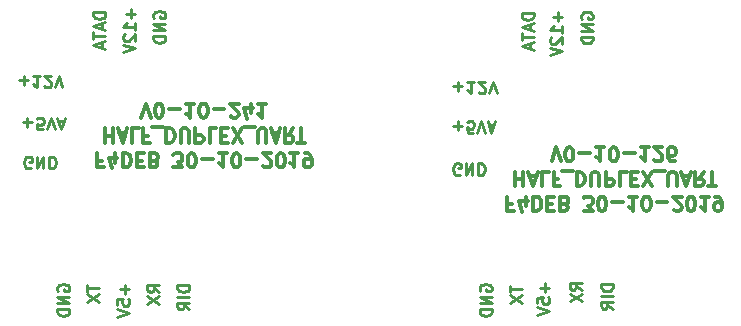
<source format=gbo>
G04 #@! TF.GenerationSoftware,KiCad,Pcbnew,5.0.2+dfsg1-1~bpo9+1*
G04 #@! TF.CreationDate,2019-11-03T17:14:50+01:00*
G04 #@! TF.ProjectId,HALF_DUPLEX_UART,48414c46-5f44-4555-904c-45585f554152,rev?*
G04 #@! TF.SameCoordinates,Original*
G04 #@! TF.FileFunction,Legend,Bot*
G04 #@! TF.FilePolarity,Positive*
%FSLAX46Y46*%
G04 Gerber Fmt 4.6, Leading zero omitted, Abs format (unit mm)*
G04 Created by KiCad (PCBNEW 5.0.2+dfsg1-1~bpo9+1) date dim. 03 nov. 2019 17:14:50 CET*
%MOMM*%
%LPD*%
G01*
G04 APERTURE LIST*
%ADD10C,0.300000*%
%ADD11C,0.250000*%
G04 APERTURE END LIST*
D10*
X163173857Y-114072714D02*
X162773857Y-114072714D01*
X162773857Y-113444142D02*
X162773857Y-114644142D01*
X163345285Y-114644142D01*
X164316714Y-114244142D02*
X164316714Y-113444142D01*
X164031000Y-114701285D02*
X163745285Y-113844142D01*
X164488142Y-113844142D01*
X164945285Y-113444142D02*
X164945285Y-114644142D01*
X165231000Y-114644142D01*
X165402428Y-114587000D01*
X165516714Y-114472714D01*
X165573857Y-114358428D01*
X165631000Y-114129857D01*
X165631000Y-113958428D01*
X165573857Y-113729857D01*
X165516714Y-113615571D01*
X165402428Y-113501285D01*
X165231000Y-113444142D01*
X164945285Y-113444142D01*
X166145285Y-114072714D02*
X166545285Y-114072714D01*
X166716714Y-113444142D02*
X166145285Y-113444142D01*
X166145285Y-114644142D01*
X166716714Y-114644142D01*
X167631000Y-114072714D02*
X167802428Y-114015571D01*
X167859571Y-113958428D01*
X167916714Y-113844142D01*
X167916714Y-113672714D01*
X167859571Y-113558428D01*
X167802428Y-113501285D01*
X167688142Y-113444142D01*
X167231000Y-113444142D01*
X167231000Y-114644142D01*
X167631000Y-114644142D01*
X167745285Y-114587000D01*
X167802428Y-114529857D01*
X167859571Y-114415571D01*
X167859571Y-114301285D01*
X167802428Y-114187000D01*
X167745285Y-114129857D01*
X167631000Y-114072714D01*
X167231000Y-114072714D01*
X169231000Y-114644142D02*
X169973857Y-114644142D01*
X169573857Y-114187000D01*
X169745285Y-114187000D01*
X169859571Y-114129857D01*
X169916714Y-114072714D01*
X169973857Y-113958428D01*
X169973857Y-113672714D01*
X169916714Y-113558428D01*
X169859571Y-113501285D01*
X169745285Y-113444142D01*
X169402428Y-113444142D01*
X169288142Y-113501285D01*
X169231000Y-113558428D01*
X170716714Y-114644142D02*
X170831000Y-114644142D01*
X170945285Y-114587000D01*
X171002428Y-114529857D01*
X171059571Y-114415571D01*
X171116714Y-114187000D01*
X171116714Y-113901285D01*
X171059571Y-113672714D01*
X171002428Y-113558428D01*
X170945285Y-113501285D01*
X170831000Y-113444142D01*
X170716714Y-113444142D01*
X170602428Y-113501285D01*
X170545285Y-113558428D01*
X170488142Y-113672714D01*
X170431000Y-113901285D01*
X170431000Y-114187000D01*
X170488142Y-114415571D01*
X170545285Y-114529857D01*
X170602428Y-114587000D01*
X170716714Y-114644142D01*
X171631000Y-113901285D02*
X172545285Y-113901285D01*
X173745285Y-113444142D02*
X173059571Y-113444142D01*
X173402428Y-113444142D02*
X173402428Y-114644142D01*
X173288142Y-114472714D01*
X173173857Y-114358428D01*
X173059571Y-114301285D01*
X174488142Y-114644142D02*
X174602428Y-114644142D01*
X174716714Y-114587000D01*
X174773857Y-114529857D01*
X174831000Y-114415571D01*
X174888142Y-114187000D01*
X174888142Y-113901285D01*
X174831000Y-113672714D01*
X174773857Y-113558428D01*
X174716714Y-113501285D01*
X174602428Y-113444142D01*
X174488142Y-113444142D01*
X174373857Y-113501285D01*
X174316714Y-113558428D01*
X174259571Y-113672714D01*
X174202428Y-113901285D01*
X174202428Y-114187000D01*
X174259571Y-114415571D01*
X174316714Y-114529857D01*
X174373857Y-114587000D01*
X174488142Y-114644142D01*
X175402428Y-113901285D02*
X176316714Y-113901285D01*
X176831000Y-114529857D02*
X176888142Y-114587000D01*
X177002428Y-114644142D01*
X177288142Y-114644142D01*
X177402428Y-114587000D01*
X177459571Y-114529857D01*
X177516714Y-114415571D01*
X177516714Y-114301285D01*
X177459571Y-114129857D01*
X176773857Y-113444142D01*
X177516714Y-113444142D01*
X178259571Y-114644142D02*
X178373857Y-114644142D01*
X178488142Y-114587000D01*
X178545285Y-114529857D01*
X178602428Y-114415571D01*
X178659571Y-114187000D01*
X178659571Y-113901285D01*
X178602428Y-113672714D01*
X178545285Y-113558428D01*
X178488142Y-113501285D01*
X178373857Y-113444142D01*
X178259571Y-113444142D01*
X178145285Y-113501285D01*
X178088142Y-113558428D01*
X178031000Y-113672714D01*
X177973857Y-113901285D01*
X177973857Y-114187000D01*
X178031000Y-114415571D01*
X178088142Y-114529857D01*
X178145285Y-114587000D01*
X178259571Y-114644142D01*
X179802428Y-113444142D02*
X179116714Y-113444142D01*
X179459571Y-113444142D02*
X179459571Y-114644142D01*
X179345285Y-114472714D01*
X179231000Y-114358428D01*
X179116714Y-114301285D01*
X180373857Y-113444142D02*
X180602428Y-113444142D01*
X180716714Y-113501285D01*
X180773857Y-113558428D01*
X180888142Y-113729857D01*
X180945285Y-113958428D01*
X180945285Y-114415571D01*
X180888142Y-114529857D01*
X180831000Y-114587000D01*
X180716714Y-114644142D01*
X180488142Y-114644142D01*
X180373857Y-114587000D01*
X180316714Y-114529857D01*
X180259571Y-114415571D01*
X180259571Y-114129857D01*
X180316714Y-114015571D01*
X180373857Y-113958428D01*
X180488142Y-113901285D01*
X180716714Y-113901285D01*
X180831000Y-113958428D01*
X180888142Y-114015571D01*
X180945285Y-114129857D01*
X163431000Y-111344142D02*
X163431000Y-112544142D01*
X163431000Y-111972714D02*
X164116714Y-111972714D01*
X164116714Y-111344142D02*
X164116714Y-112544142D01*
X164631000Y-111687000D02*
X165202428Y-111687000D01*
X164516714Y-111344142D02*
X164916714Y-112544142D01*
X165316714Y-111344142D01*
X166288142Y-111344142D02*
X165716714Y-111344142D01*
X165716714Y-112544142D01*
X167088142Y-111972714D02*
X166688142Y-111972714D01*
X166688142Y-111344142D02*
X166688142Y-112544142D01*
X167259571Y-112544142D01*
X167431000Y-111229857D02*
X168345285Y-111229857D01*
X168631000Y-111344142D02*
X168631000Y-112544142D01*
X168916714Y-112544142D01*
X169088142Y-112487000D01*
X169202428Y-112372714D01*
X169259571Y-112258428D01*
X169316714Y-112029857D01*
X169316714Y-111858428D01*
X169259571Y-111629857D01*
X169202428Y-111515571D01*
X169088142Y-111401285D01*
X168916714Y-111344142D01*
X168631000Y-111344142D01*
X169831000Y-112544142D02*
X169831000Y-111572714D01*
X169888142Y-111458428D01*
X169945285Y-111401285D01*
X170059571Y-111344142D01*
X170288142Y-111344142D01*
X170402428Y-111401285D01*
X170459571Y-111458428D01*
X170516714Y-111572714D01*
X170516714Y-112544142D01*
X171088142Y-111344142D02*
X171088142Y-112544142D01*
X171545285Y-112544142D01*
X171659571Y-112487000D01*
X171716714Y-112429857D01*
X171773857Y-112315571D01*
X171773857Y-112144142D01*
X171716714Y-112029857D01*
X171659571Y-111972714D01*
X171545285Y-111915571D01*
X171088142Y-111915571D01*
X172859571Y-111344142D02*
X172288142Y-111344142D01*
X172288142Y-112544142D01*
X173259571Y-111972714D02*
X173659571Y-111972714D01*
X173831000Y-111344142D02*
X173259571Y-111344142D01*
X173259571Y-112544142D01*
X173831000Y-112544142D01*
X174231000Y-112544142D02*
X175031000Y-111344142D01*
X175031000Y-112544142D02*
X174231000Y-111344142D01*
X175202428Y-111229857D02*
X176116714Y-111229857D01*
X176402428Y-112544142D02*
X176402428Y-111572714D01*
X176459571Y-111458428D01*
X176516714Y-111401285D01*
X176631000Y-111344142D01*
X176859571Y-111344142D01*
X176973857Y-111401285D01*
X177031000Y-111458428D01*
X177088142Y-111572714D01*
X177088142Y-112544142D01*
X177602428Y-111687000D02*
X178173857Y-111687000D01*
X177488142Y-111344142D02*
X177888142Y-112544142D01*
X178288142Y-111344142D01*
X179373857Y-111344142D02*
X178973857Y-111915571D01*
X178688142Y-111344142D02*
X178688142Y-112544142D01*
X179145285Y-112544142D01*
X179259571Y-112487000D01*
X179316714Y-112429857D01*
X179373857Y-112315571D01*
X179373857Y-112144142D01*
X179316714Y-112029857D01*
X179259571Y-111972714D01*
X179145285Y-111915571D01*
X178688142Y-111915571D01*
X179716714Y-112544142D02*
X180402428Y-112544142D01*
X180059571Y-111344142D02*
X180059571Y-112544142D01*
X166516714Y-110444142D02*
X166916714Y-109244142D01*
X167316714Y-110444142D01*
X167945285Y-110444142D02*
X168059571Y-110444142D01*
X168173857Y-110387000D01*
X168231000Y-110329857D01*
X168288142Y-110215571D01*
X168345285Y-109987000D01*
X168345285Y-109701285D01*
X168288142Y-109472714D01*
X168231000Y-109358428D01*
X168173857Y-109301285D01*
X168059571Y-109244142D01*
X167945285Y-109244142D01*
X167831000Y-109301285D01*
X167773857Y-109358428D01*
X167716714Y-109472714D01*
X167659571Y-109701285D01*
X167659571Y-109987000D01*
X167716714Y-110215571D01*
X167773857Y-110329857D01*
X167831000Y-110387000D01*
X167945285Y-110444142D01*
X168859571Y-109701285D02*
X169773857Y-109701285D01*
X170973857Y-109244142D02*
X170288142Y-109244142D01*
X170631000Y-109244142D02*
X170631000Y-110444142D01*
X170516714Y-110272714D01*
X170402428Y-110158428D01*
X170288142Y-110101285D01*
X171716714Y-110444142D02*
X171831000Y-110444142D01*
X171945285Y-110387000D01*
X172002428Y-110329857D01*
X172059571Y-110215571D01*
X172116714Y-109987000D01*
X172116714Y-109701285D01*
X172059571Y-109472714D01*
X172002428Y-109358428D01*
X171945285Y-109301285D01*
X171831000Y-109244142D01*
X171716714Y-109244142D01*
X171602428Y-109301285D01*
X171545285Y-109358428D01*
X171488142Y-109472714D01*
X171431000Y-109701285D01*
X171431000Y-109987000D01*
X171488142Y-110215571D01*
X171545285Y-110329857D01*
X171602428Y-110387000D01*
X171716714Y-110444142D01*
X172631000Y-109701285D02*
X173545285Y-109701285D01*
X174745285Y-109244142D02*
X174059571Y-109244142D01*
X174402428Y-109244142D02*
X174402428Y-110444142D01*
X174288142Y-110272714D01*
X174173857Y-110158428D01*
X174059571Y-110101285D01*
X175202428Y-110329857D02*
X175259571Y-110387000D01*
X175373857Y-110444142D01*
X175659571Y-110444142D01*
X175773857Y-110387000D01*
X175831000Y-110329857D01*
X175888142Y-110215571D01*
X175888142Y-110101285D01*
X175831000Y-109929857D01*
X175145285Y-109244142D01*
X175888142Y-109244142D01*
X176916714Y-110444142D02*
X176688142Y-110444142D01*
X176573857Y-110387000D01*
X176516714Y-110329857D01*
X176402428Y-110158428D01*
X176345285Y-109929857D01*
X176345285Y-109472714D01*
X176402428Y-109358428D01*
X176459571Y-109301285D01*
X176573857Y-109244142D01*
X176802428Y-109244142D01*
X176916714Y-109301285D01*
X176973857Y-109358428D01*
X177031000Y-109472714D01*
X177031000Y-109758428D01*
X176973857Y-109872714D01*
X176916714Y-109929857D01*
X176802428Y-109987000D01*
X176573857Y-109987000D01*
X176459571Y-109929857D01*
X176402428Y-109872714D01*
X176345285Y-109758428D01*
X128439357Y-110389714D02*
X128039357Y-110389714D01*
X128039357Y-109761142D02*
X128039357Y-110961142D01*
X128610785Y-110961142D01*
X129582214Y-110561142D02*
X129582214Y-109761142D01*
X129296500Y-111018285D02*
X129010785Y-110161142D01*
X129753642Y-110161142D01*
X130210785Y-109761142D02*
X130210785Y-110961142D01*
X130496500Y-110961142D01*
X130667928Y-110904000D01*
X130782214Y-110789714D01*
X130839357Y-110675428D01*
X130896500Y-110446857D01*
X130896500Y-110275428D01*
X130839357Y-110046857D01*
X130782214Y-109932571D01*
X130667928Y-109818285D01*
X130496500Y-109761142D01*
X130210785Y-109761142D01*
X131410785Y-110389714D02*
X131810785Y-110389714D01*
X131982214Y-109761142D02*
X131410785Y-109761142D01*
X131410785Y-110961142D01*
X131982214Y-110961142D01*
X132896500Y-110389714D02*
X133067928Y-110332571D01*
X133125071Y-110275428D01*
X133182214Y-110161142D01*
X133182214Y-109989714D01*
X133125071Y-109875428D01*
X133067928Y-109818285D01*
X132953642Y-109761142D01*
X132496500Y-109761142D01*
X132496500Y-110961142D01*
X132896500Y-110961142D01*
X133010785Y-110904000D01*
X133067928Y-110846857D01*
X133125071Y-110732571D01*
X133125071Y-110618285D01*
X133067928Y-110504000D01*
X133010785Y-110446857D01*
X132896500Y-110389714D01*
X132496500Y-110389714D01*
X134496500Y-110961142D02*
X135239357Y-110961142D01*
X134839357Y-110504000D01*
X135010785Y-110504000D01*
X135125071Y-110446857D01*
X135182214Y-110389714D01*
X135239357Y-110275428D01*
X135239357Y-109989714D01*
X135182214Y-109875428D01*
X135125071Y-109818285D01*
X135010785Y-109761142D01*
X134667928Y-109761142D01*
X134553642Y-109818285D01*
X134496500Y-109875428D01*
X135982214Y-110961142D02*
X136096500Y-110961142D01*
X136210785Y-110904000D01*
X136267928Y-110846857D01*
X136325071Y-110732571D01*
X136382214Y-110504000D01*
X136382214Y-110218285D01*
X136325071Y-109989714D01*
X136267928Y-109875428D01*
X136210785Y-109818285D01*
X136096500Y-109761142D01*
X135982214Y-109761142D01*
X135867928Y-109818285D01*
X135810785Y-109875428D01*
X135753642Y-109989714D01*
X135696500Y-110218285D01*
X135696500Y-110504000D01*
X135753642Y-110732571D01*
X135810785Y-110846857D01*
X135867928Y-110904000D01*
X135982214Y-110961142D01*
X136896500Y-110218285D02*
X137810785Y-110218285D01*
X139010785Y-109761142D02*
X138325071Y-109761142D01*
X138667928Y-109761142D02*
X138667928Y-110961142D01*
X138553642Y-110789714D01*
X138439357Y-110675428D01*
X138325071Y-110618285D01*
X139753642Y-110961142D02*
X139867928Y-110961142D01*
X139982214Y-110904000D01*
X140039357Y-110846857D01*
X140096500Y-110732571D01*
X140153642Y-110504000D01*
X140153642Y-110218285D01*
X140096500Y-109989714D01*
X140039357Y-109875428D01*
X139982214Y-109818285D01*
X139867928Y-109761142D01*
X139753642Y-109761142D01*
X139639357Y-109818285D01*
X139582214Y-109875428D01*
X139525071Y-109989714D01*
X139467928Y-110218285D01*
X139467928Y-110504000D01*
X139525071Y-110732571D01*
X139582214Y-110846857D01*
X139639357Y-110904000D01*
X139753642Y-110961142D01*
X140667928Y-110218285D02*
X141582214Y-110218285D01*
X142096500Y-110846857D02*
X142153642Y-110904000D01*
X142267928Y-110961142D01*
X142553642Y-110961142D01*
X142667928Y-110904000D01*
X142725071Y-110846857D01*
X142782214Y-110732571D01*
X142782214Y-110618285D01*
X142725071Y-110446857D01*
X142039357Y-109761142D01*
X142782214Y-109761142D01*
X143525071Y-110961142D02*
X143639357Y-110961142D01*
X143753642Y-110904000D01*
X143810785Y-110846857D01*
X143867928Y-110732571D01*
X143925071Y-110504000D01*
X143925071Y-110218285D01*
X143867928Y-109989714D01*
X143810785Y-109875428D01*
X143753642Y-109818285D01*
X143639357Y-109761142D01*
X143525071Y-109761142D01*
X143410785Y-109818285D01*
X143353642Y-109875428D01*
X143296500Y-109989714D01*
X143239357Y-110218285D01*
X143239357Y-110504000D01*
X143296500Y-110732571D01*
X143353642Y-110846857D01*
X143410785Y-110904000D01*
X143525071Y-110961142D01*
X145067928Y-109761142D02*
X144382214Y-109761142D01*
X144725071Y-109761142D02*
X144725071Y-110961142D01*
X144610785Y-110789714D01*
X144496500Y-110675428D01*
X144382214Y-110618285D01*
X145639357Y-109761142D02*
X145867928Y-109761142D01*
X145982214Y-109818285D01*
X146039357Y-109875428D01*
X146153642Y-110046857D01*
X146210785Y-110275428D01*
X146210785Y-110732571D01*
X146153642Y-110846857D01*
X146096500Y-110904000D01*
X145982214Y-110961142D01*
X145753642Y-110961142D01*
X145639357Y-110904000D01*
X145582214Y-110846857D01*
X145525071Y-110732571D01*
X145525071Y-110446857D01*
X145582214Y-110332571D01*
X145639357Y-110275428D01*
X145753642Y-110218285D01*
X145982214Y-110218285D01*
X146096500Y-110275428D01*
X146153642Y-110332571D01*
X146210785Y-110446857D01*
X128696500Y-107661142D02*
X128696500Y-108861142D01*
X128696500Y-108289714D02*
X129382214Y-108289714D01*
X129382214Y-107661142D02*
X129382214Y-108861142D01*
X129896500Y-108004000D02*
X130467928Y-108004000D01*
X129782214Y-107661142D02*
X130182214Y-108861142D01*
X130582214Y-107661142D01*
X131553642Y-107661142D02*
X130982214Y-107661142D01*
X130982214Y-108861142D01*
X132353642Y-108289714D02*
X131953642Y-108289714D01*
X131953642Y-107661142D02*
X131953642Y-108861142D01*
X132525071Y-108861142D01*
X132696500Y-107546857D02*
X133610785Y-107546857D01*
X133896500Y-107661142D02*
X133896500Y-108861142D01*
X134182214Y-108861142D01*
X134353642Y-108804000D01*
X134467928Y-108689714D01*
X134525071Y-108575428D01*
X134582214Y-108346857D01*
X134582214Y-108175428D01*
X134525071Y-107946857D01*
X134467928Y-107832571D01*
X134353642Y-107718285D01*
X134182214Y-107661142D01*
X133896500Y-107661142D01*
X135096500Y-108861142D02*
X135096500Y-107889714D01*
X135153642Y-107775428D01*
X135210785Y-107718285D01*
X135325071Y-107661142D01*
X135553642Y-107661142D01*
X135667928Y-107718285D01*
X135725071Y-107775428D01*
X135782214Y-107889714D01*
X135782214Y-108861142D01*
X136353642Y-107661142D02*
X136353642Y-108861142D01*
X136810785Y-108861142D01*
X136925071Y-108804000D01*
X136982214Y-108746857D01*
X137039357Y-108632571D01*
X137039357Y-108461142D01*
X136982214Y-108346857D01*
X136925071Y-108289714D01*
X136810785Y-108232571D01*
X136353642Y-108232571D01*
X138125071Y-107661142D02*
X137553642Y-107661142D01*
X137553642Y-108861142D01*
X138525071Y-108289714D02*
X138925071Y-108289714D01*
X139096500Y-107661142D02*
X138525071Y-107661142D01*
X138525071Y-108861142D01*
X139096500Y-108861142D01*
X139496500Y-108861142D02*
X140296500Y-107661142D01*
X140296500Y-108861142D02*
X139496500Y-107661142D01*
X140467928Y-107546857D02*
X141382214Y-107546857D01*
X141667928Y-108861142D02*
X141667928Y-107889714D01*
X141725071Y-107775428D01*
X141782214Y-107718285D01*
X141896500Y-107661142D01*
X142125071Y-107661142D01*
X142239357Y-107718285D01*
X142296500Y-107775428D01*
X142353642Y-107889714D01*
X142353642Y-108861142D01*
X142867928Y-108004000D02*
X143439357Y-108004000D01*
X142753642Y-107661142D02*
X143153642Y-108861142D01*
X143553642Y-107661142D01*
X144639357Y-107661142D02*
X144239357Y-108232571D01*
X143953642Y-107661142D02*
X143953642Y-108861142D01*
X144410785Y-108861142D01*
X144525071Y-108804000D01*
X144582214Y-108746857D01*
X144639357Y-108632571D01*
X144639357Y-108461142D01*
X144582214Y-108346857D01*
X144525071Y-108289714D01*
X144410785Y-108232571D01*
X143953642Y-108232571D01*
X144982214Y-108861142D02*
X145667928Y-108861142D01*
X145325071Y-107661142D02*
X145325071Y-108861142D01*
X131782214Y-106761142D02*
X132182214Y-105561142D01*
X132582214Y-106761142D01*
X133210785Y-106761142D02*
X133325071Y-106761142D01*
X133439357Y-106704000D01*
X133496500Y-106646857D01*
X133553642Y-106532571D01*
X133610785Y-106304000D01*
X133610785Y-106018285D01*
X133553642Y-105789714D01*
X133496500Y-105675428D01*
X133439357Y-105618285D01*
X133325071Y-105561142D01*
X133210785Y-105561142D01*
X133096500Y-105618285D01*
X133039357Y-105675428D01*
X132982214Y-105789714D01*
X132925071Y-106018285D01*
X132925071Y-106304000D01*
X132982214Y-106532571D01*
X133039357Y-106646857D01*
X133096500Y-106704000D01*
X133210785Y-106761142D01*
X134125071Y-106018285D02*
X135039357Y-106018285D01*
X136239357Y-105561142D02*
X135553642Y-105561142D01*
X135896500Y-105561142D02*
X135896500Y-106761142D01*
X135782214Y-106589714D01*
X135667928Y-106475428D01*
X135553642Y-106418285D01*
X136982214Y-106761142D02*
X137096500Y-106761142D01*
X137210785Y-106704000D01*
X137267928Y-106646857D01*
X137325071Y-106532571D01*
X137382214Y-106304000D01*
X137382214Y-106018285D01*
X137325071Y-105789714D01*
X137267928Y-105675428D01*
X137210785Y-105618285D01*
X137096500Y-105561142D01*
X136982214Y-105561142D01*
X136867928Y-105618285D01*
X136810785Y-105675428D01*
X136753642Y-105789714D01*
X136696500Y-106018285D01*
X136696500Y-106304000D01*
X136753642Y-106532571D01*
X136810785Y-106646857D01*
X136867928Y-106704000D01*
X136982214Y-106761142D01*
X137896500Y-106018285D02*
X138810785Y-106018285D01*
X139325071Y-106646857D02*
X139382214Y-106704000D01*
X139496500Y-106761142D01*
X139782214Y-106761142D01*
X139896500Y-106704000D01*
X139953642Y-106646857D01*
X140010785Y-106532571D01*
X140010785Y-106418285D01*
X139953642Y-106246857D01*
X139267928Y-105561142D01*
X140010785Y-105561142D01*
X141039357Y-106361142D02*
X141039357Y-105561142D01*
X140753642Y-106818285D02*
X140467928Y-105961142D01*
X141210785Y-105961142D01*
X142296500Y-105561142D02*
X141610785Y-105561142D01*
X141953642Y-105561142D02*
X141953642Y-106761142D01*
X141839357Y-106589714D01*
X141725071Y-106475428D01*
X141610785Y-106418285D01*
D11*
X169045000Y-98361595D02*
X168997380Y-98266357D01*
X168997380Y-98123500D01*
X169045000Y-97980642D01*
X169140238Y-97885404D01*
X169235476Y-97837785D01*
X169425952Y-97790166D01*
X169568809Y-97790166D01*
X169759285Y-97837785D01*
X169854523Y-97885404D01*
X169949761Y-97980642D01*
X169997380Y-98123500D01*
X169997380Y-98218738D01*
X169949761Y-98361595D01*
X169902142Y-98409214D01*
X169568809Y-98409214D01*
X169568809Y-98218738D01*
X169997380Y-98837785D02*
X168997380Y-98837785D01*
X169997380Y-99409214D01*
X168997380Y-99409214D01*
X169997380Y-99885404D02*
X168997380Y-99885404D01*
X168997380Y-100123500D01*
X169045000Y-100266357D01*
X169140238Y-100361595D01*
X169235476Y-100409214D01*
X169425952Y-100456833D01*
X169568809Y-100456833D01*
X169759285Y-100409214D01*
X169854523Y-100361595D01*
X169949761Y-100266357D01*
X169997380Y-100123500D01*
X169997380Y-99885404D01*
X167012928Y-97806095D02*
X167012928Y-98568000D01*
X167393880Y-98187047D02*
X166631976Y-98187047D01*
X167393880Y-99568000D02*
X167393880Y-98996571D01*
X167393880Y-99282285D02*
X166393880Y-99282285D01*
X166536738Y-99187047D01*
X166631976Y-99091809D01*
X166679595Y-98996571D01*
X166489119Y-99948952D02*
X166441500Y-99996571D01*
X166393880Y-100091809D01*
X166393880Y-100329904D01*
X166441500Y-100425142D01*
X166489119Y-100472761D01*
X166584357Y-100520380D01*
X166679595Y-100520380D01*
X166822452Y-100472761D01*
X167393880Y-99901333D01*
X167393880Y-100520380D01*
X166393880Y-100806095D02*
X167393880Y-101139428D01*
X166393880Y-101472761D01*
X164980880Y-97877500D02*
X163980880Y-97877500D01*
X163980880Y-98115595D01*
X164028500Y-98258452D01*
X164123738Y-98353690D01*
X164218976Y-98401309D01*
X164409452Y-98448928D01*
X164552309Y-98448928D01*
X164742785Y-98401309D01*
X164838023Y-98353690D01*
X164933261Y-98258452D01*
X164980880Y-98115595D01*
X164980880Y-97877500D01*
X164695166Y-98829880D02*
X164695166Y-99306071D01*
X164980880Y-98734642D02*
X163980880Y-99067976D01*
X164980880Y-99401309D01*
X163980880Y-99591785D02*
X163980880Y-100163214D01*
X164980880Y-99877500D02*
X163980880Y-99877500D01*
X164695166Y-100448928D02*
X164695166Y-100925119D01*
X164980880Y-100353690D02*
X163980880Y-100687023D01*
X164980880Y-101020357D01*
X158194595Y-104068571D02*
X158956500Y-104068571D01*
X158575547Y-103687619D02*
X158575547Y-104449523D01*
X159956500Y-103687619D02*
X159385071Y-103687619D01*
X159670785Y-103687619D02*
X159670785Y-104687619D01*
X159575547Y-104544761D01*
X159480309Y-104449523D01*
X159385071Y-104401904D01*
X160337452Y-104592380D02*
X160385071Y-104640000D01*
X160480309Y-104687619D01*
X160718404Y-104687619D01*
X160813642Y-104640000D01*
X160861261Y-104592380D01*
X160908880Y-104497142D01*
X160908880Y-104401904D01*
X160861261Y-104259047D01*
X160289833Y-103687619D01*
X160908880Y-103687619D01*
X161194595Y-104687619D02*
X161527928Y-103687619D01*
X161861261Y-104687619D01*
X158178714Y-107434071D02*
X158940619Y-107434071D01*
X158559666Y-107053119D02*
X158559666Y-107815023D01*
X159893000Y-108053119D02*
X159416809Y-108053119D01*
X159369190Y-107576928D01*
X159416809Y-107624547D01*
X159512047Y-107672166D01*
X159750142Y-107672166D01*
X159845380Y-107624547D01*
X159893000Y-107576928D01*
X159940619Y-107481690D01*
X159940619Y-107243595D01*
X159893000Y-107148357D01*
X159845380Y-107100738D01*
X159750142Y-107053119D01*
X159512047Y-107053119D01*
X159416809Y-107100738D01*
X159369190Y-107148357D01*
X160226333Y-108053119D02*
X160559666Y-107053119D01*
X160893000Y-108053119D01*
X161178714Y-107338833D02*
X161654904Y-107338833D01*
X161083476Y-107053119D02*
X161416809Y-108053119D01*
X161750142Y-107053119D01*
X158750095Y-111561500D02*
X158654857Y-111609119D01*
X158512000Y-111609119D01*
X158369142Y-111561500D01*
X158273904Y-111466261D01*
X158226285Y-111371023D01*
X158178666Y-111180547D01*
X158178666Y-111037690D01*
X158226285Y-110847214D01*
X158273904Y-110751976D01*
X158369142Y-110656738D01*
X158512000Y-110609119D01*
X158607238Y-110609119D01*
X158750095Y-110656738D01*
X158797714Y-110704357D01*
X158797714Y-111037690D01*
X158607238Y-111037690D01*
X159226285Y-110609119D02*
X159226285Y-111609119D01*
X159797714Y-110609119D01*
X159797714Y-111609119D01*
X160273904Y-110609119D02*
X160273904Y-111609119D01*
X160512000Y-111609119D01*
X160654857Y-111561500D01*
X160750095Y-111466261D01*
X160797714Y-111371023D01*
X160845333Y-111180547D01*
X160845333Y-111037690D01*
X160797714Y-110847214D01*
X160750095Y-110751976D01*
X160654857Y-110656738D01*
X160512000Y-110609119D01*
X160273904Y-110609119D01*
X160472500Y-121412095D02*
X160424880Y-121316857D01*
X160424880Y-121174000D01*
X160472500Y-121031142D01*
X160567738Y-120935904D01*
X160662976Y-120888285D01*
X160853452Y-120840666D01*
X160996309Y-120840666D01*
X161186785Y-120888285D01*
X161282023Y-120935904D01*
X161377261Y-121031142D01*
X161424880Y-121174000D01*
X161424880Y-121269238D01*
X161377261Y-121412095D01*
X161329642Y-121459714D01*
X160996309Y-121459714D01*
X160996309Y-121269238D01*
X161424880Y-121888285D02*
X160424880Y-121888285D01*
X161424880Y-122459714D01*
X160424880Y-122459714D01*
X161424880Y-122935904D02*
X160424880Y-122935904D01*
X160424880Y-123174000D01*
X160472500Y-123316857D01*
X160567738Y-123412095D01*
X160662976Y-123459714D01*
X160853452Y-123507333D01*
X160996309Y-123507333D01*
X161186785Y-123459714D01*
X161282023Y-123412095D01*
X161377261Y-123316857D01*
X161424880Y-123174000D01*
X161424880Y-122935904D01*
X165933428Y-120761285D02*
X165933428Y-121523190D01*
X166314380Y-121142238D02*
X165552476Y-121142238D01*
X165314380Y-122475571D02*
X165314380Y-121999380D01*
X165790571Y-121951761D01*
X165742952Y-121999380D01*
X165695333Y-122094619D01*
X165695333Y-122332714D01*
X165742952Y-122427952D01*
X165790571Y-122475571D01*
X165885809Y-122523190D01*
X166123904Y-122523190D01*
X166219142Y-122475571D01*
X166266761Y-122427952D01*
X166314380Y-122332714D01*
X166314380Y-122094619D01*
X166266761Y-121999380D01*
X166219142Y-121951761D01*
X165314380Y-122808904D02*
X166314380Y-123142238D01*
X165314380Y-123475571D01*
X162964880Y-120967595D02*
X162964880Y-121539023D01*
X163964880Y-121253309D02*
X162964880Y-121253309D01*
X162964880Y-121777119D02*
X163964880Y-122443785D01*
X162964880Y-122443785D02*
X163964880Y-121777119D01*
X169044880Y-121308833D02*
X168568690Y-120975500D01*
X169044880Y-120737404D02*
X168044880Y-120737404D01*
X168044880Y-121118357D01*
X168092500Y-121213595D01*
X168140119Y-121261214D01*
X168235357Y-121308833D01*
X168378214Y-121308833D01*
X168473452Y-121261214D01*
X168521071Y-121213595D01*
X168568690Y-121118357D01*
X168568690Y-120737404D01*
X168044880Y-121642166D02*
X169044880Y-122308833D01*
X168044880Y-122308833D02*
X169044880Y-121642166D01*
X171711880Y-120856500D02*
X170711880Y-120856500D01*
X170711880Y-121094595D01*
X170759500Y-121237452D01*
X170854738Y-121332690D01*
X170949976Y-121380309D01*
X171140452Y-121427928D01*
X171283309Y-121427928D01*
X171473785Y-121380309D01*
X171569023Y-121332690D01*
X171664261Y-121237452D01*
X171711880Y-121094595D01*
X171711880Y-120856500D01*
X171711880Y-121856500D02*
X170711880Y-121856500D01*
X171711880Y-122904119D02*
X171235690Y-122570785D01*
X171711880Y-122332690D02*
X170711880Y-122332690D01*
X170711880Y-122713642D01*
X170759500Y-122808880D01*
X170807119Y-122856500D01*
X170902357Y-122904119D01*
X171045214Y-122904119D01*
X171140452Y-122856500D01*
X171188071Y-122808880D01*
X171235690Y-122713642D01*
X171235690Y-122332690D01*
X128722380Y-97814000D02*
X127722380Y-97814000D01*
X127722380Y-98052095D01*
X127770000Y-98194952D01*
X127865238Y-98290190D01*
X127960476Y-98337809D01*
X128150952Y-98385428D01*
X128293809Y-98385428D01*
X128484285Y-98337809D01*
X128579523Y-98290190D01*
X128674761Y-98194952D01*
X128722380Y-98052095D01*
X128722380Y-97814000D01*
X128436666Y-98766380D02*
X128436666Y-99242571D01*
X128722380Y-98671142D02*
X127722380Y-99004476D01*
X128722380Y-99337809D01*
X127722380Y-99528285D02*
X127722380Y-100099714D01*
X128722380Y-99814000D02*
X127722380Y-99814000D01*
X128436666Y-100385428D02*
X128436666Y-100861619D01*
X128722380Y-100290190D02*
X127722380Y-100623523D01*
X128722380Y-100956857D01*
X132850000Y-98298095D02*
X132802380Y-98202857D01*
X132802380Y-98060000D01*
X132850000Y-97917142D01*
X132945238Y-97821904D01*
X133040476Y-97774285D01*
X133230952Y-97726666D01*
X133373809Y-97726666D01*
X133564285Y-97774285D01*
X133659523Y-97821904D01*
X133754761Y-97917142D01*
X133802380Y-98060000D01*
X133802380Y-98155238D01*
X133754761Y-98298095D01*
X133707142Y-98345714D01*
X133373809Y-98345714D01*
X133373809Y-98155238D01*
X133802380Y-98774285D02*
X132802380Y-98774285D01*
X133802380Y-99345714D01*
X132802380Y-99345714D01*
X133802380Y-99821904D02*
X132802380Y-99821904D01*
X132802380Y-100060000D01*
X132850000Y-100202857D01*
X132945238Y-100298095D01*
X133040476Y-100345714D01*
X133230952Y-100393333D01*
X133373809Y-100393333D01*
X133564285Y-100345714D01*
X133659523Y-100298095D01*
X133754761Y-100202857D01*
X133802380Y-100060000D01*
X133802380Y-99821904D01*
X130881428Y-97552095D02*
X130881428Y-98314000D01*
X131262380Y-97933047D02*
X130500476Y-97933047D01*
X131262380Y-99314000D02*
X131262380Y-98742571D01*
X131262380Y-99028285D02*
X130262380Y-99028285D01*
X130405238Y-98933047D01*
X130500476Y-98837809D01*
X130548095Y-98742571D01*
X130357619Y-99694952D02*
X130310000Y-99742571D01*
X130262380Y-99837809D01*
X130262380Y-100075904D01*
X130310000Y-100171142D01*
X130357619Y-100218761D01*
X130452857Y-100266380D01*
X130548095Y-100266380D01*
X130690952Y-100218761D01*
X131262380Y-99647333D01*
X131262380Y-100266380D01*
X130262380Y-100552095D02*
X131262380Y-100885428D01*
X130262380Y-101218761D01*
X135834380Y-120920000D02*
X134834380Y-120920000D01*
X134834380Y-121158095D01*
X134882000Y-121300952D01*
X134977238Y-121396190D01*
X135072476Y-121443809D01*
X135262952Y-121491428D01*
X135405809Y-121491428D01*
X135596285Y-121443809D01*
X135691523Y-121396190D01*
X135786761Y-121300952D01*
X135834380Y-121158095D01*
X135834380Y-120920000D01*
X135834380Y-121920000D02*
X134834380Y-121920000D01*
X135834380Y-122967619D02*
X135358190Y-122634285D01*
X135834380Y-122396190D02*
X134834380Y-122396190D01*
X134834380Y-122777142D01*
X134882000Y-122872380D01*
X134929619Y-122920000D01*
X135024857Y-122967619D01*
X135167714Y-122967619D01*
X135262952Y-122920000D01*
X135310571Y-122872380D01*
X135358190Y-122777142D01*
X135358190Y-122396190D01*
X133294380Y-121499333D02*
X132818190Y-121166000D01*
X133294380Y-120927904D02*
X132294380Y-120927904D01*
X132294380Y-121308857D01*
X132342000Y-121404095D01*
X132389619Y-121451714D01*
X132484857Y-121499333D01*
X132627714Y-121499333D01*
X132722952Y-121451714D01*
X132770571Y-121404095D01*
X132818190Y-121308857D01*
X132818190Y-120927904D01*
X132294380Y-121832666D02*
X133294380Y-122499333D01*
X132294380Y-122499333D02*
X133294380Y-121832666D01*
X130373428Y-120888285D02*
X130373428Y-121650190D01*
X130754380Y-121269238D02*
X129992476Y-121269238D01*
X129754380Y-122602571D02*
X129754380Y-122126380D01*
X130230571Y-122078761D01*
X130182952Y-122126380D01*
X130135333Y-122221619D01*
X130135333Y-122459714D01*
X130182952Y-122554952D01*
X130230571Y-122602571D01*
X130325809Y-122650190D01*
X130563904Y-122650190D01*
X130659142Y-122602571D01*
X130706761Y-122554952D01*
X130754380Y-122459714D01*
X130754380Y-122221619D01*
X130706761Y-122126380D01*
X130659142Y-122078761D01*
X129754380Y-122935904D02*
X130754380Y-123269238D01*
X129754380Y-123602571D01*
X127214380Y-120904095D02*
X127214380Y-121475523D01*
X128214380Y-121189809D02*
X127214380Y-121189809D01*
X127214380Y-121713619D02*
X128214380Y-122380285D01*
X127214380Y-122380285D02*
X128214380Y-121713619D01*
X124722000Y-121412095D02*
X124674380Y-121316857D01*
X124674380Y-121174000D01*
X124722000Y-121031142D01*
X124817238Y-120935904D01*
X124912476Y-120888285D01*
X125102952Y-120840666D01*
X125245809Y-120840666D01*
X125436285Y-120888285D01*
X125531523Y-120935904D01*
X125626761Y-121031142D01*
X125674380Y-121174000D01*
X125674380Y-121269238D01*
X125626761Y-121412095D01*
X125579142Y-121459714D01*
X125245809Y-121459714D01*
X125245809Y-121269238D01*
X125674380Y-121888285D02*
X124674380Y-121888285D01*
X125674380Y-122459714D01*
X124674380Y-122459714D01*
X125674380Y-122935904D02*
X124674380Y-122935904D01*
X124674380Y-123174000D01*
X124722000Y-123316857D01*
X124817238Y-123412095D01*
X124912476Y-123459714D01*
X125102952Y-123507333D01*
X125245809Y-123507333D01*
X125436285Y-123459714D01*
X125531523Y-123412095D01*
X125626761Y-123316857D01*
X125674380Y-123174000D01*
X125674380Y-122935904D01*
X122428095Y-110990000D02*
X122332857Y-111037619D01*
X122190000Y-111037619D01*
X122047142Y-110990000D01*
X121951904Y-110894761D01*
X121904285Y-110799523D01*
X121856666Y-110609047D01*
X121856666Y-110466190D01*
X121904285Y-110275714D01*
X121951904Y-110180476D01*
X122047142Y-110085238D01*
X122190000Y-110037619D01*
X122285238Y-110037619D01*
X122428095Y-110085238D01*
X122475714Y-110132857D01*
X122475714Y-110466190D01*
X122285238Y-110466190D01*
X122904285Y-110037619D02*
X122904285Y-111037619D01*
X123475714Y-110037619D01*
X123475714Y-111037619D01*
X123951904Y-110037619D02*
X123951904Y-111037619D01*
X124190000Y-111037619D01*
X124332857Y-110990000D01*
X124428095Y-110894761D01*
X124475714Y-110799523D01*
X124523333Y-110609047D01*
X124523333Y-110466190D01*
X124475714Y-110275714D01*
X124428095Y-110180476D01*
X124332857Y-110085238D01*
X124190000Y-110037619D01*
X123951904Y-110037619D01*
X121729714Y-107116571D02*
X122491619Y-107116571D01*
X122110666Y-106735619D02*
X122110666Y-107497523D01*
X123444000Y-107735619D02*
X122967809Y-107735619D01*
X122920190Y-107259428D01*
X122967809Y-107307047D01*
X123063047Y-107354666D01*
X123301142Y-107354666D01*
X123396380Y-107307047D01*
X123444000Y-107259428D01*
X123491619Y-107164190D01*
X123491619Y-106926095D01*
X123444000Y-106830857D01*
X123396380Y-106783238D01*
X123301142Y-106735619D01*
X123063047Y-106735619D01*
X122967809Y-106783238D01*
X122920190Y-106830857D01*
X123777333Y-107735619D02*
X124110666Y-106735619D01*
X124444000Y-107735619D01*
X124729714Y-107021333D02*
X125205904Y-107021333D01*
X124634476Y-106735619D02*
X124967809Y-107735619D01*
X125301142Y-106735619D01*
X121428095Y-103560571D02*
X122190000Y-103560571D01*
X121809047Y-103179619D02*
X121809047Y-103941523D01*
X123190000Y-103179619D02*
X122618571Y-103179619D01*
X122904285Y-103179619D02*
X122904285Y-104179619D01*
X122809047Y-104036761D01*
X122713809Y-103941523D01*
X122618571Y-103893904D01*
X123570952Y-104084380D02*
X123618571Y-104132000D01*
X123713809Y-104179619D01*
X123951904Y-104179619D01*
X124047142Y-104132000D01*
X124094761Y-104084380D01*
X124142380Y-103989142D01*
X124142380Y-103893904D01*
X124094761Y-103751047D01*
X123523333Y-103179619D01*
X124142380Y-103179619D01*
X124428095Y-104179619D02*
X124761428Y-103179619D01*
X125094761Y-104179619D01*
M02*

</source>
